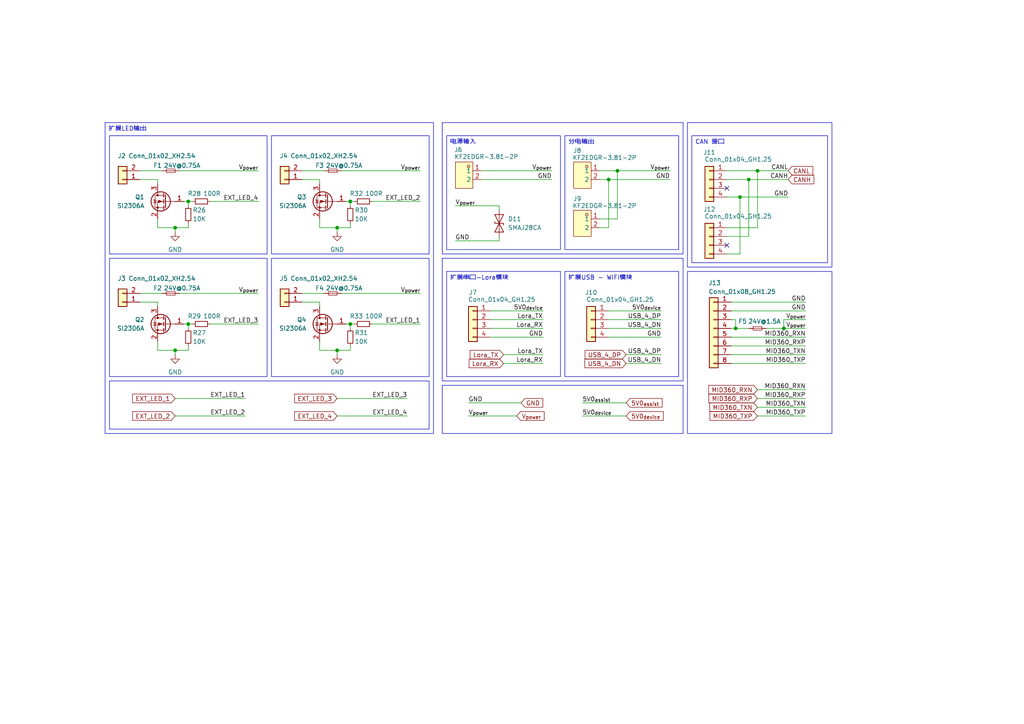
<source format=kicad_sch>
(kicad_sch (version 20231120) (generator "eeschema") (generator_version "8.0")
  (paper "A4")
  (lib_symbols
    (symbol "Connector_Generic:Conn_01x02" (pin_names (offset 1.016) hide)
      (property "Reference" "J" (at 0 2.54 0))
      (property "Value" "Conn_01x02" (at 0 -5.08 0))
      (symbol "Conn_01x02_1_1"
        (rectangle (start -1.27 -2.413) (end 0 -2.667) (stroke (width 0.1524)))
        (rectangle (start -1.27 0.127) (end 0 -0.127) (stroke (width 0.1524)))
        (rectangle (start -1.27 1.27) (end 1.27 -3.81) (stroke (width 0.254)) (fill (type background)))
        (pin passive line (at -5.08 0 0) (length 3.81) (name "Pin_1") (number "1"))
        (pin passive line (at -5.08 -2.54 0) (length 3.81) (name "Pin_2") (number "2"))
      )
    )
    (symbol "Connector_Generic:Conn_01x04" (pin_names (offset 1.016) hide)
      (property "Reference" "J" (at 0 5.08 0))
      (property "Value" "Conn_01x04" (at 0 -7.62 0))
      (symbol "Conn_01x04_1_1"
        (rectangle (start -1.27 -4.953) (end 0 -5.207) (stroke (width 0.1524)))
        (rectangle (start -1.27 -2.413) (end 0 -2.667) (stroke (width 0.1524)))
        (rectangle (start -1.27 0.127) (end 0 -0.127) (stroke (width 0.1524)))
        (rectangle (start -1.27 2.667) (end 0 2.413) (stroke (width 0.1524)))
        (rectangle (start -1.27 3.81) (end 1.27 -6.35) (stroke (width 0.254)) (fill (type background)))
        (pin passive line (at -5.08 2.54 0) (length 3.81) (name "Pin_1") (number "1"))
        (pin passive line (at -5.08 0 0) (length 3.81) (name "Pin_2") (number "2"))
        (pin passive line (at -5.08 -2.54 0) (length 3.81) (name "Pin_3") (number "3"))
        (pin passive line (at -5.08 -5.08 0) (length 3.81) (name "Pin_4") (number "4"))
      )
    )
    (symbol "Connector_Generic:Conn_01x08" (pin_names (offset 1.016) hide)
      (property "Reference" "J" (at 0 10.16 0))
      (property "Value" "Conn_01x08" (at 0 -12.7 0))
      (symbol "Conn_01x08_1_1"
        (rectangle (start -1.27 -10.033) (end 0 -10.287) (stroke (width 0.1524)))
        (rectangle (start -1.27 -7.493) (end 0 -7.747) (stroke (width 0.1524)))
        (rectangle (start -1.27 -4.953) (end 0 -5.207) (stroke (width 0.1524)))
        (rectangle (start -1.27 -2.413) (end 0 -2.667) (stroke (width 0.1524)))
        (rectangle (start -1.27 0.127) (end 0 -0.127) (stroke (width 0.1524)))
        (rectangle (start -1.27 2.667) (end 0 2.413) (stroke (width 0.1524)))
        (rectangle (start -1.27 5.207) (end 0 4.953) (stroke (width 0.1524)))
        (rectangle (start -1.27 7.747) (end 0 7.493) (stroke (width 0.1524)))
        (rectangle (start -1.27 8.89) (end 1.27 -11.43) (stroke (width 0.254)) (fill (type background)))
        (pin passive line (at -5.08 7.62 0) (length 3.81) (name "Pin_1") (number "1"))
        (pin passive line (at -5.08 5.08 0) (length 3.81) (name "Pin_2") (number "2"))
        (pin passive line (at -5.08 2.54 0) (length 3.81) (name "Pin_3") (number "3"))
        (pin passive line (at -5.08 0 0) (length 3.81) (name "Pin_4") (number "4"))
        (pin passive line (at -5.08 -2.54 0) (length 3.81) (name "Pin_5") (number "5"))
        (pin passive line (at -5.08 -5.08 0) (length 3.81) (name "Pin_6") (number "6"))
        (pin passive line (at -5.08 -7.62 0) (length 3.81) (name "Pin_7") (number "7"))
        (pin passive line (at -5.08 -10.16 0) (length 3.81) (name "Pin_8") (number "8"))
      )
    )
    (symbol "Device:Fuse_Small" (pin_numbers hide) (pin_names (offset 0.254) hide)
      (property "Reference" "F" (at 0 -1.524 0))
      (property "Value" "Fuse_Small" (at 0 1.524 0))
      (symbol "Fuse_Small_0_1"
        (rectangle (start -1.27 0.508) (end 1.27 -0.508))
        (polyline (pts (xy -1.27 0) (xy 1.27 0)))
      )
      (symbol "Fuse_Small_1_1"
        (pin passive line (at -2.54 0 0) (length 1.27) (name "~") (number "1"))
        (pin passive line (at 2.54 0 180) (length 1.27) (name "~") (number "2"))
      )
    )
    (symbol "Device:R_Small" (pin_numbers hide) (pin_names (offset 0.254) hide)
      (property "Reference" "R" (at 0.762 0.508 0))
      (property "Value" "R_Small" (at 0.762 -1.016 0))
      (symbol "R_Small_0_1"
        (rectangle (start -0.762 1.778) (end 0.762 -1.778) (stroke (width 0.2032)))
      )
      (symbol "R_Small_1_1"
        (pin passive line (at 0 2.54 270) (length 0.762) (name "~") (number "1"))
        (pin passive line (at 0 -2.54 90) (length 0.762) (name "~") (number "2"))
      )
    )
    (symbol "Diode:SMAJ24CA" (pin_numbers hide) (pin_names (offset 1.016) hide)
      (property "Reference" "D" (at 0 2.54 0))
      (property "Value" "SMAJ24CA" (at 0 -2.54 0))
      (symbol "SMAJ24CA_0_1"
        (polyline (pts (xy 1.27 0) (xy -1.27 0)))
        (polyline (pts (xy -2.54 -1.27) (xy 0 0) (xy -2.54 1.27) (xy -2.54 -1.27)) (stroke (width 0.2032)))
        (polyline (pts (xy 0.508 1.27) (xy 0 1.27) (xy 0 -1.27) (xy -0.508 -1.27)) (stroke (width 0.2032)))
        (polyline (pts (xy 2.54 1.27) (xy 2.54 -1.27) (xy 0 0) (xy 2.54 1.27)) (stroke (width 0.2032)))
      )
      (symbol "SMAJ24CA_1_1"
        (pin passive line (at -3.81 0 0) (length 2.54) (name "A1") (number "1"))
        (pin passive line (at 3.81 0 180) (length 2.54) (name "A2") (number "2"))
      )
    )
    (symbol "easyeda2kicad:KF2EDGR-3.81-2P"
      (property "Reference" "J" (at 0 6.35 0))
      (property "Value" "KF2EDGR-3.81-2P" (at 0 -6.35 0))
      (symbol "KF2EDGR-3.81-2P_0_1"
        (rectangle (start -2.54 3.81) (end 2.54 -3.81) (fill (type background)))
        (circle (center -1.27 2.54) (radius 0.38))
      )
      (symbol "KF2EDGR-3.81-2P_1_1"
        (pin passive line (at -5.08 1.27 0) (length 2.54) (name "1") (number "1"))
        (pin passive line (at -5.08 -1.27 0) (length 2.54) (name "2") (number "2"))
      )
    )
    (symbol "easyeda2kicad:SI2306A" (pin_names hide)
      (property "Reference" "Q" (at 3.048 1.016 0))
      (property "Value" "SI2306A" (at 6.35 -1.016 0))
      (symbol "SI2306A_0_1"
        (circle (center -0.889 0) (radius 2.794) (stroke (width 0.254)))
        (circle (center 0 -1.778) (radius 0.254) (fill (type outline)))
        (polyline (pts (xy -2.286 0) (xy -5.08 0)))
        (polyline (pts (xy -2.286 1.905) (xy -2.286 -1.905)) (stroke (width 0.254)))
        (polyline (pts (xy -1.778 -1.27) (xy -1.778 -2.286)) (stroke (width 0.254)))
        (polyline (pts (xy -1.778 0.508) (xy -1.778 -0.508)) (stroke (width 0.254)))
        (polyline (pts (xy -1.778 2.286) (xy -1.778 1.27)) (stroke (width 0.254)))
        (polyline (pts (xy 0 2.54) (xy 0 1.778)))
        (polyline (pts (xy 0 -2.54) (xy 0 0) (xy -1.778 0)))
        (polyline (pts (xy -1.778 1.778) (xy 0.762 1.778) (xy 0.762 -1.778) (xy -1.778 -1.778)))
        (polyline (pts (xy -1.27 0) (xy -0.254 -0.381) (xy -0.254 0.381) (xy -1.27 0)) (fill (type outline)))
        (polyline (pts (xy 0.762 0.254) (xy 1.143 -0.381) (xy 0.381 -0.381) (xy 0.762 0.254)))
        (polyline (pts (xy 1.27 0.508) (xy 1.143 0.381) (xy 0.381 0.381) (xy 0.254 0.254)))
        (circle (center 0 1.778) (radius 0.254) (fill (type outline)))
      )
      (symbol "SI2306A_1_1"
        (pin input line (at -7.62 0 0) (length 2.54) (name "G") (number "1"))
        (pin passive line (at 0 -5.08 90) (length 2.54) (name "S") (number "2"))
        (pin passive line (at 0 5.08 270) (length 2.54) (name "D") (number "3"))
      )
    )
    (symbol "power:GND" (power) (pin_numbers hide) (pin_names (offset 0) hide)
      (property "Value" "GND" (at 0 -3.81 0))
      (symbol "GND_0_1"
        (polyline (pts (xy 0 0) (xy 0 -1.27) (xy 1.27 -1.27) (xy 0 -2.54) (xy -1.27 -1.27) (xy 0 -1.27)))
      )
      (symbol "GND_1_1"
        (pin power_in line (at 0 0 270) (length 0) (name "~") (number "1"))
      )
    )
  )
  (junction (at 54.61 58.42))
  (junction (at 214.63 57.15))
  (junction (at 176.53 52.07))
  (junction (at 50.8 101.6))
  (junction (at 50.8 66.04))
  (junction (at 213.36 95.25))
  (junction (at 217.17 52.07))
  (junction (at 97.79 66.04))
  (junction (at 179.07 49.53))
  (junction (at 101.6 58.42))
  (junction (at 101.6 93.98))
  (junction (at 227.33 95.25))
  (junction (at 219.71 49.53))
  (junction (at 54.61 93.98))
  (junction (at 97.79 101.6))
  (no_connect (at 210.82 54.61))
  (no_connect (at 210.82 71.12))
  (wire (pts (xy 214.63 73.66) (xy 214.63 57.15)))
  (wire (pts (xy 176.53 52.07) (xy 173.99 52.07)))
  (wire (pts (xy 132.08 59.69) (xy 144.78 59.69)))
  (wire (pts (xy 101.6 93.98) (xy 100.33 93.98)))
  (wire (pts (xy 181.61 105.41) (xy 191.77 105.41)))
  (wire (pts (xy 54.61 95.25) (xy 54.61 93.98)))
  (wire (pts (xy 101.6 58.42) (xy 102.87 58.42)))
  (wire (pts (xy 50.8 102.87) (xy 50.8 101.6)))
  (wire (pts (xy 101.6 58.42) (xy 100.33 58.42)))
  (wire (pts (xy 99.06 49.53) (xy 121.92 49.53)))
  (wire (pts (xy 54.61 93.98) (xy 55.88 93.98)))
  (wire (pts (xy 210.82 66.04) (xy 219.71 66.04)))
  (wire (pts (xy 228.6 49.53) (xy 219.71 49.53)))
  (wire (pts (xy 210.82 73.66) (xy 214.63 73.66)))
  (wire (pts (xy 99.06 85.09) (xy 121.92 85.09)))
  (wire (pts (xy 52.07 49.53) (xy 74.93 49.53)))
  (wire (pts (xy 97.79 66.04) (xy 101.6 66.04)))
  (wire (pts (xy 217.17 52.07) (xy 210.82 52.07)))
  (wire (pts (xy 212.09 97.79) (xy 233.68 97.79)))
  (wire (pts (xy 142.24 97.79) (xy 157.48 97.79)))
  (wire (pts (xy 92.71 63.5) (xy 92.71 66.04)))
  (wire (pts (xy 54.61 93.98) (xy 53.34 93.98)))
  (wire (pts (xy 45.72 101.6) (xy 50.8 101.6)))
  (wire (pts (xy 132.08 69.85) (xy 144.78 69.85)))
  (wire (pts (xy 176.53 92.71) (xy 191.77 92.71)))
  (wire (pts (xy 54.61 66.04) (xy 54.61 64.77)))
  (wire (pts (xy 45.72 88.9) (xy 45.72 87.63)))
  (wire (pts (xy 227.33 92.71) (xy 227.33 95.25)))
  (wire (pts (xy 160.02 52.07) (xy 139.7 52.07)))
  (wire (pts (xy 60.96 93.98) (xy 74.93 93.98)))
  (wire (pts (xy 219.71 66.04) (xy 219.71 49.53)))
  (wire (pts (xy 212.09 105.41) (xy 233.68 105.41)))
  (wire (pts (xy 50.8 101.6) (xy 54.61 101.6)))
  (wire (pts (xy 219.71 118.11) (xy 233.68 118.11)))
  (wire (pts (xy 54.61 101.6) (xy 54.61 100.33)))
  (wire (pts (xy 101.6 66.04) (xy 101.6 64.77)))
  (wire (pts (xy 101.6 101.6) (xy 101.6 100.33)))
  (wire (pts (xy 97.79 115.57) (xy 118.11 115.57)))
  (wire (pts (xy 97.79 67.31) (xy 97.79 66.04)))
  (wire (pts (xy 173.99 63.5) (xy 179.07 63.5)))
  (wire (pts (xy 212.09 92.71) (xy 213.36 92.71)))
  (wire (pts (xy 146.05 105.41) (xy 157.48 105.41)))
  (wire (pts (xy 168.91 116.84) (xy 181.61 116.84)))
  (wire (pts (xy 54.61 58.42) (xy 53.34 58.42)))
  (wire (pts (xy 217.17 52.07) (xy 228.6 52.07)))
  (wire (pts (xy 97.79 102.87) (xy 97.79 101.6)))
  (wire (pts (xy 92.71 66.04) (xy 97.79 66.04)))
  (wire (pts (xy 92.71 99.06) (xy 92.71 101.6)))
  (wire (pts (xy 179.07 63.5) (xy 179.07 49.53)))
  (wire (pts (xy 97.79 120.65) (xy 118.11 120.65)))
  (wire (pts (xy 54.61 58.42) (xy 55.88 58.42)))
  (wire (pts (xy 45.72 53.34) (xy 45.72 52.07)))
  (wire (pts (xy 160.02 49.53) (xy 139.7 49.53)))
  (wire (pts (xy 219.71 49.53) (xy 210.82 49.53)))
  (wire (pts (xy 227.33 95.25) (xy 233.68 95.25)))
  (wire (pts (xy 176.53 66.04) (xy 176.53 52.07)))
  (wire (pts (xy 176.53 97.79) (xy 191.77 97.79)))
  (wire (pts (xy 40.64 85.09) (xy 46.99 85.09)))
  (wire (pts (xy 60.96 58.42) (xy 74.93 58.42)))
  (wire (pts (xy 219.71 113.03) (xy 233.68 113.03)))
  (wire (pts (xy 213.36 95.25) (xy 217.17 95.25)))
  (wire (pts (xy 181.61 102.87) (xy 191.77 102.87)))
  (wire (pts (xy 214.63 57.15) (xy 210.82 57.15)))
  (wire (pts (xy 45.72 87.63) (xy 40.64 87.63)))
  (wire (pts (xy 45.72 63.5) (xy 45.72 66.04)))
  (wire (pts (xy 194.31 52.07) (xy 176.53 52.07)))
  (wire (pts (xy 214.63 57.15) (xy 228.6 57.15)))
  (wire (pts (xy 101.6 95.25) (xy 101.6 93.98)))
  (wire (pts (xy 142.24 95.25) (xy 157.48 95.25)))
  (wire (pts (xy 97.79 101.6) (xy 101.6 101.6)))
  (wire (pts (xy 212.09 90.17) (xy 233.68 90.17)))
  (wire (pts (xy 212.09 100.33) (xy 233.68 100.33)))
  (wire (pts (xy 222.25 95.25) (xy 227.33 95.25)))
  (wire (pts (xy 173.99 66.04) (xy 176.53 66.04)))
  (wire (pts (xy 212.09 87.63) (xy 233.68 87.63)))
  (wire (pts (xy 92.71 53.34) (xy 92.71 52.07)))
  (wire (pts (xy 52.07 85.09) (xy 74.93 85.09)))
  (wire (pts (xy 212.09 102.87) (xy 233.68 102.87)))
  (wire (pts (xy 107.95 58.42) (xy 121.92 58.42)))
  (wire (pts (xy 146.05 102.87) (xy 157.48 102.87)))
  (wire (pts (xy 40.64 49.53) (xy 46.99 49.53)))
  (wire (pts (xy 210.82 68.58) (xy 217.17 68.58)))
  (wire (pts (xy 92.71 87.63) (xy 87.63 87.63)))
  (wire (pts (xy 219.71 115.57) (xy 233.68 115.57)))
  (wire (pts (xy 217.17 68.58) (xy 217.17 52.07)))
  (wire (pts (xy 87.63 49.53) (xy 93.98 49.53)))
  (wire (pts (xy 213.36 92.71) (xy 213.36 95.25)))
  (wire (pts (xy 92.71 88.9) (xy 92.71 87.63)))
  (wire (pts (xy 50.8 67.31) (xy 50.8 66.04)))
  (wire (pts (xy 92.71 52.07) (xy 87.63 52.07)))
  (wire (pts (xy 168.91 120.65) (xy 181.61 120.65)))
  (wire (pts (xy 233.68 92.71) (xy 227.33 92.71)))
  (wire (pts (xy 176.53 95.25) (xy 191.77 95.25)))
  (wire (pts (xy 135.89 116.84) (xy 151.13 116.84)))
  (wire (pts (xy 45.72 52.07) (xy 40.64 52.07)))
  (wire (pts (xy 135.89 120.65) (xy 149.86 120.65)))
  (wire (pts (xy 213.36 95.25) (xy 212.09 95.25)))
  (wire (pts (xy 45.72 99.06) (xy 45.72 101.6)))
  (wire (pts (xy 144.78 60.96) (xy 144.78 59.69)))
  (wire (pts (xy 101.6 93.98) (xy 102.87 93.98)))
  (wire (pts (xy 142.24 90.17) (xy 157.48 90.17)))
  (wire (pts (xy 194.31 49.53) (xy 179.07 49.53)))
  (wire (pts (xy 50.8 66.04) (xy 54.61 66.04)))
  (wire (pts (xy 144.78 69.85) (xy 144.78 68.58)))
  (wire (pts (xy 54.61 59.69) (xy 54.61 58.42)))
  (wire (pts (xy 142.24 92.71) (xy 157.48 92.71)))
  (wire (pts (xy 50.8 115.57) (xy 71.12 115.57)))
  (wire (pts (xy 179.07 49.53) (xy 173.99 49.53)))
  (wire (pts (xy 87.63 85.09) (xy 93.98 85.09)))
  (wire (pts (xy 50.8 120.65) (xy 71.12 120.65)))
  (wire (pts (xy 176.53 90.17) (xy 191.77 90.17)))
  (wire (pts (xy 92.71 101.6) (xy 97.79 101.6)))
  (wire (pts (xy 219.71 120.65) (xy 233.68 120.65)))
  (wire (pts (xy 45.72 66.04) (xy 50.8 66.04)))
  (wire (pts (xy 101.6 59.69) (xy 101.6 58.42)))
  (wire (pts (xy 107.95 93.98) (xy 121.92 93.98)))
  (text_box "" (at 31.75 39.37 0) (size 45.72 34.29) (effects (font (size 1.27 1.27)) (justify left top)))
  (text_box "扩展串口-Lora模块" (at 129.54 78.74 0) (size 33.02 30.48) (effects (font (size 1.27 1.27)) (justify left top)))
  (text_box "电源输入" (at 129.54 39.37 0) (size 33.02 33.02) (effects (font (size 1.27 1.27)) (justify left top)))
  (text_box "扩展USB - WIFI模块" (at 163.83 78.74 0) (size 33.02 30.48) (effects (font (size 1.27 1.27)) (justify left top)))
  (text_box "扩展LED输出" (at 30.48 35.56 0) (size 95.25 90.17) (effects (font (size 1.27 1.27)) (justify left top)))
  (text_box "" (at 128.27 111.76 0) (size 69.85 13.97) (effects (font (size 1.27 1.27)) (justify left top)))
  (text_box "分电输出" (at 163.83 39.37 0) (size 33.02 33.02) (effects (font (size 1.27 1.27)) (justify left top)))
  (text_box "" (at 199.39 78.74 0) (size 41.91 46.99) (effects (font (size 1.27 1.27)) (justify left top)))
  (text_box "" (at 128.27 74.93 0) (size 69.85 35.56) (effects (font (size 1.27 1.27)) (justify left top)))
  (text_box "" (at 199.39 35.56 0) (size 41.91 41.91) (effects (font (size 1.27 1.27)) (justify left top)))
  (text_box "CAN 接口" (at 200.66 39.37 0) (size 39.37 36.83) (effects (font (size 1.27 1.27)) (justify left top)))
  (text_box "" (at 31.75 110.49 0) (size 92.71 13.97) (effects (font (size 1.27 1.27)) (justify left top)))
  (text_box "" (at 128.27 35.56 0) (size 69.85 38.1) (effects (font (size 1.27 1.27)) (justify left top)))
  (text_box "" (at 78.74 74.93 0) (size 45.72 34.29) (effects (font (size 1.27 1.27)) (justify left top)))
  (text_box "" (at 31.75 74.93 0) (size 45.72 34.29) (effects (font (size 1.27 1.27)) (justify left top)))
  (text_box "" (at 78.74 39.37 0) (size 45.72 34.29) (effects (font (size 1.27 1.27)) (justify left top)))
  (label "CANL" (at 228.6 49.53 180))
  (label "CANH" (at 228.6 52.07 180))
  (label "V_{power}" (at 135.89 120.65 0) (effects (font (thickness 0.1588))))
  (label "Lora_RX" (at 157.48 105.41 180))
  (label "EXT_LED_4" (at 74.93 58.42 180))
  (label "Lora_TX" (at 157.48 92.71 180))
  (label "V_{power}" (at 132.08 59.69 0) (effects (font (thickness 0.1588))))
  (label "MID360_TXP" (at 233.68 120.65 180))
  (label "Lora_TX" (at 157.48 102.87 180))
  (label "V_{power}" (at 121.92 85.09 180) (effects (font (thickness 0.1588))))
  (label "EXT_LED_3" (at 74.93 93.98 180))
  (label "GND" (at 228.6 57.15 180))
  (label "GND" (at 194.31 52.07 180))
  (label "GND" (at 160.02 52.07 180))
  (label "EXT_LED_1" (at 71.12 115.57 180))
  (label "USB_4_DP" (at 191.77 92.71 180))
  (label "MID360_RXP" (at 233.68 100.33 180))
  (label "V_{power}" (at 233.68 92.71 180) (effects (font (thickness 0.1588))))
  (label "MID360_RXN" (at 233.68 97.79 180))
  (label "EXT_LED_4" (at 118.11 120.65 180))
  (label "5V0_{assist}" (at 168.91 116.84 0))
  (label "USB_4_DP" (at 191.77 102.87 180))
  (label "GND" (at 132.08 69.85 0))
  (label "EXT_LED_3" (at 118.11 115.57 180))
  (label "V_{power}" (at 74.93 49.53 180) (effects (font (thickness 0.1588))))
  (label "V_{power}" (at 233.68 95.25 180) (effects (font (thickness 0.1588))))
  (label "GND" (at 191.77 97.79 180))
  (label "GND" (at 135.89 116.84 0))
  (label "USB_4_DN" (at 191.77 95.25 180))
  (label "V_{power}" (at 121.92 49.53 180) (effects (font (thickness 0.1588))))
  (label "MID360_RXN" (at 233.68 113.03 180))
  (label "GND" (at 233.68 87.63 180))
  (label "EXT_LED_1" (at 121.92 93.98 180))
  (label "Lora_RX" (at 157.48 95.25 180))
  (label "5V0_{device}" (at 157.48 90.17 180))
  (label "GND" (at 157.48 97.79 180))
  (label "V_{power}" (at 160.02 49.53 180) (effects (font (thickness 0.1588))))
  (label "5V0_{device}" (at 191.77 90.17 180))
  (label "MID360_TXN" (at 233.68 102.87 180))
  (label "EXT_LED_2" (at 71.12 120.65 180))
  (label "V_{power}" (at 194.31 49.53 180) (effects (font (thickness 0.1588))))
  (label "USB_4_DN" (at 191.77 105.41 180))
  (label "V_{power}" (at 74.93 85.09 180) (effects (font (thickness 0.1588))))
  (label "MID360_TXP" (at 233.68 105.41 180))
  (label "GND" (at 233.68 90.17 180))
  (label "MID360_TXN" (at 233.68 118.11 180))
  (label "MID360_RXP" (at 233.68 115.57 180))
  (label "5V0_{device}" (at 168.91 120.65 0))
  (label "EXT_LED_2" (at 121.92 58.42 180))
  (global_label "MID360_TXN" (shape input) (at 219.71 118.11 180) (property "Intersheetrefs" "${INTERSHEET_REFS}" (effects (hide yes))))
  (global_label "CANL" (shape input) (at 228.6 49.53 0) (property "Intersheetrefs" "${INTERSHEET_REFS}" (effects (hide yes))))
  (global_label "V_{power}" (shape input) (at 149.86 120.65 0) (property "Intersheetrefs" "${INTERSHEET_REFS}" (effects (hide yes))))
  (global_label "MID360_RXN" (shape input) (at 219.71 113.03 180) (property "Intersheetrefs" "${INTERSHEET_REFS}" (effects (hide yes))))
  (global_label "Lora_TX" (shape input) (at 146.05 102.87 180) (property "Intersheetrefs" "${INTERSHEET_REFS}" (effects (hide yes))))
  (global_label "GND" (shape input) (at 151.13 116.84 0) (property "Intersheetrefs" "${INTERSHEET_REFS}" (effects (hide yes))))
  (global_label "MID360_RXP" (shape input) (at 219.71 115.57 180) (property "Intersheetrefs" "${INTERSHEET_REFS}" (effects (hide yes))))
  (global_label "MID360_TXP" (shape input) (at 219.71 120.65 180) (property "Intersheetrefs" "${INTERSHEET_REFS}" (effects (hide yes))))
  (global_label "EXT_LED_4" (shape input) (at 97.79 120.65 180) (property "Intersheetrefs" "${INTERSHEET_REFS}" (effects (hide yes))))
  (global_label "5V0_{assist}" (shape input) (at 181.61 116.84 0) (property "Intersheetrefs" "${INTERSHEET_REFS}" (effects (hide yes))))
  (global_label "Lora_RX" (shape input) (at 146.05 105.41 180) (property "Intersheetrefs" "${INTERSHEET_REFS}" (effects (hide yes))))
  (global_label "EXT_LED_3" (shape input) (at 97.79 115.57 180) (property "Intersheetrefs" "${INTERSHEET_REFS}" (effects (hide yes))))
  (global_label "USB_4_DP" (shape input) (at 181.61 102.87 180) (property "Intersheetrefs" "${INTERSHEET_REFS}" (effects (hide yes))))
  (global_label "5V0_{device}" (shape input) (at 181.61 120.65 0) (property "Intersheetrefs" "${INTERSHEET_REFS}" (effects (hide yes))))
  (global_label "CANH" (shape input) (at 228.6 52.07 0) (property "Intersheetrefs" "${INTERSHEET_REFS}" (effects (hide yes))))
  (global_label "EXT_LED_2" (shape input) (at 50.8 120.65 180) (property "Intersheetrefs" "${INTERSHEET_REFS}" (effects (hide yes))))
  (global_label "EXT_LED_1" (shape input) (at 50.8 115.57 180) (property "Intersheetrefs" "${INTERSHEET_REFS}" (effects (hide yes))))
  (global_label "USB_4_DN" (shape input) (at 181.61 105.41 180) (property "Intersheetrefs" "${INTERSHEET_REFS}" (effects (hide yes))))
  (symbol (lib_id "easyeda2kicad:SI2306A") (at 45.72 93.98 0) (mirror y) (unit 1)
    (property "Reference" "Q2" (at 41.91 92.7099 0) (effects (justify left)))
    (property "Value" "SI2306A" (at 41.91 95.2499 0) (effects (justify left)))
    (property "Footprint" "Package_TO_SOT_SMD:SOT-23" (effects (hide yes)))
    (property "Datasheet" "https://lcsc.com/product-detail/Others_Youtai-Semiconductor-Co-Ltd-SI2306_C347489.html" (effects (hide yes)))
    (property "LCSC Part" "C347489" (effects (hide yes)))
  )
  (symbol (lib_id "Connector_Generic:Conn_01x04") (at 205.74 68.58 0) (mirror y) (unit 1)
    (property "Reference" "J12" (at 205.74 60.706 0))
    (property "Value" "Conn_01x04_GH1.25" (at 214.122 62.738 0))
    (property "Footprint" "Connector_JST:JST_GH_SM04B-GHS-TB_1x04-1MP_P1.25mm_Horizontal" (effects (hide yes)))
    (property "Description" "Generic connector, single row, 01x04, script generated (kicad-library-utils/schlib/autogen/connector/)" (effects (hide yes)))
  )
  (symbol (lib_id "power:GND") (at 97.79 67.31 0) (unit 1)
    (property "Reference" "#PWR15" (effects (hide yes)))
    (property "Value" "GND" (at 97.79 72.39 0))
    (property "Description" "Power symbol creates a global label with name \"GND\" , ground" (effects (hide yes)))
  )
  (symbol (lib_id "power:GND") (at 50.8 67.31 0) (unit 1)
    (property "Reference" "#PWR13" (effects (hide yes)))
    (property "Value" "GND" (at 50.8 72.39 0))
    (property "Description" "Power symbol creates a global label with name \"GND\" , ground" (effects (hide yes)))
  )
  (symbol (lib_id "Connector_Generic:Conn_01x02") (at 35.56 52.07 180) (unit 1)
    (property "Reference" "J2" (at 35.306 45.212 0))
    (property "Value" "Conn_01x02_XH2.54" (at 46.99 45.212 0))
    (property "Footprint" "Connector_JST:JST_XH_S2B-XH-A-1_1x02_P2.50mm_Horizontal" (effects (hide yes)))
    (property "Description" "Generic connector, single row, 01x02, script generated (kicad-library-utils/schlib/autogen/connector/)" (effects (hide yes)))
  )
  (symbol (lib_id "easyeda2kicad:KF2EDGR-3.81-2P") (at 168.91 50.8 0) (mirror y) (unit 1)
    (property "Reference" "J8" (at 168.656 43.688 0) (effects (justify left)))
    (property "Value" "KF2EDGR-3.81-2P" (at 184.658 45.72 0) (effects (justify left)))
    (property "Footprint" "easyeda2kicad:CONN-TH_2P-P3.81_KF2EDGR-3.81-2P" (effects (hide yes)))
    (property "Datasheet" "https://lcsc.com/product-detail/Pluggable-System-Terminal-Block_Cixi-Kefa-Elec-KF2EDGR-3-81-2P_C441182.html" (effects (hide yes)))
    (property "LCSC Part" "C441182" (effects (hide yes)))
  )
  (symbol (lib_id "easyeda2kicad:KF2EDGR-3.81-2P") (at 168.91 64.77 0) (mirror y) (unit 1)
    (property "Reference" "J9" (at 168.656 57.658 0) (effects (justify left)))
    (property "Value" "KF2EDGR-3.81-2P" (at 184.658 59.69 0) (effects (justify left)))
    (property "Footprint" "easyeda2kicad:CONN-TH_2P-P3.81_KF2EDGR-3.81-2P" (effects (hide yes)))
    (property "Datasheet" "https://lcsc.com/product-detail/Pluggable-System-Terminal-Block_Cixi-Kefa-Elec-KF2EDGR-3-81-2P_C441182.html" (effects (hide yes)))
    (property "LCSC Part" "C441182" (effects (hide yes)))
  )
  (symbol (lib_id "Device:R_Small") (at 54.61 62.23 0) (unit 1)
    (property "Reference" "R26" (at 55.88 60.96 0) (effects (justify left)))
    (property "Value" "10K" (at 55.88 63.5 0) (effects (justify left)))
    (property "Footprint" "Resistor_SMD:R_0402_1005Metric" (effects (hide yes)))
    (property "Description" "Resistor, small symbol" (effects (hide yes)))
  )
  (symbol (lib_id "easyeda2kicad:KF2EDGR-3.81-2P") (at 134.62 50.8 0) (mirror y) (unit 1)
    (property "Reference" "J6" (at 134.112 43.434 0) (effects (justify left)))
    (property "Value" "KF2EDGR-3.81-2P" (at 150.368 45.466 0) (effects (justify left)))
    (property "Footprint" "easyeda2kicad:CONN-TH_2P-P3.81_KF2EDGR-3.81-2P" (effects (hide yes)))
    (property "Datasheet" "https://lcsc.com/product-detail/Pluggable-System-Terminal-Block_Cixi-Kefa-Elec-KF2EDGR-3-81-2P_C441182.html" (effects (hide yes)))
    (property "LCSC Part" "C441182" (effects (hide yes)))
  )
  (symbol (lib_id "Device:Fuse_Small") (at 96.52 85.09 0) (unit 1)
    (property "Reference" "F4" (at 92.71 83.566 0))
    (property "Value" "24V@0.75A" (at 99.822 83.566 0))
    (property "Footprint" "Fuse:Fuse_1812_4532Metric" (effects (hide yes)))
    (property "Description" "Fuse, small symbol" (effects (hide yes)))
  )
  (symbol (lib_id "Device:Fuse_Small") (at 49.53 85.09 0) (unit 1)
    (property "Reference" "F2" (at 45.72 83.566 0))
    (property "Value" "24V@0.75A" (at 52.832 83.566 0))
    (property "Footprint" "Fuse:Fuse_1812_4532Metric" (effects (hide yes)))
    (property "Description" "Fuse, small symbol" (effects (hide yes)))
  )
  (symbol (lib_id "Connector_Generic:Conn_01x04") (at 171.45 92.71 0) (mirror y) (unit 1)
    (property "Reference" "J10" (at 171.45 84.836 0))
    (property "Value" "Conn_01x04_GH1.25" (at 179.832 86.868 0))
    (property "Footprint" "Connector_JST:JST_GH_SM04B-GHS-TB_1x04-1MP_P1.25mm_Horizontal" (effects (hide yes)))
    (property "Description" "Generic connector, single row, 01x04, script generated (kicad-library-utils/schlib/autogen/connector/)" (effects (hide yes)))
  )
  (symbol (lib_id "power:GND") (at 97.79 102.87 0) (unit 1)
    (property "Reference" "#PWR16" (effects (hide yes)))
    (property "Value" "GND" (at 97.79 107.95 0))
    (property "Description" "Power symbol creates a global label with name \"GND\" , ground" (effects (hide yes)))
  )
  (symbol (lib_id "Connector_Generic:Conn_01x04") (at 205.74 52.07 0) (mirror y) (unit 1)
    (property "Reference" "J11" (at 205.74 44.196 0))
    (property "Value" "Conn_01x04_GH1.25" (at 214.122 46.228 0))
    (property "Footprint" "Connector_JST:JST_GH_SM04B-GHS-TB_1x04-1MP_P1.25mm_Horizontal" (effects (hide yes)))
    (property "Description" "Generic connector, single row, 01x04, script generated (kicad-library-utils/schlib/autogen/connector/)" (effects (hide yes)))
  )
  (symbol (lib_id "Device:R_Small") (at 101.6 62.23 0) (unit 1)
    (property "Reference" "R30" (at 102.87 60.96 0) (effects (justify left)))
    (property "Value" "10K" (at 102.87 63.5 0) (effects (justify left)))
    (property "Footprint" "Resistor_SMD:R_0402_1005Metric" (effects (hide yes)))
    (property "Description" "Resistor, small symbol" (effects (hide yes)))
  )
  (symbol (lib_id "Device:R_Small") (at 58.42 93.98 90) (unit 1)
    (property "Reference" "R29" (at 56.388 91.694 90))
    (property "Value" "100R" (at 61.468 91.694 90))
    (property "Footprint" "Resistor_SMD:R_0402_1005Metric" (effects (hide yes)))
    (property "Description" "Resistor, small symbol" (effects (hide yes)))
  )
  (symbol (lib_id "Device:R_Small") (at 105.41 58.42 90) (unit 1)
    (property "Reference" "R32" (at 103.378 56.134 90))
    (property "Value" "100R" (at 108.458 56.134 90))
    (property "Footprint" "Resistor_SMD:R_0402_1005Metric" (effects (hide yes)))
    (property "Description" "Resistor, small symbol" (effects (hide yes)))
  )
  (symbol (lib_id "Device:R_Small") (at 58.42 58.42 90) (unit 1)
    (property "Reference" "R28" (at 56.388 56.134 90))
    (property "Value" "100R" (at 61.468 56.134 90))
    (property "Footprint" "Resistor_SMD:R_0402_1005Metric" (effects (hide yes)))
    (property "Description" "Resistor, small symbol" (effects (hide yes)))
  )
  (symbol (lib_id "Diode:SMAJ24CA") (at 144.78 64.77 90) (unit 1)
    (property "Reference" "D11" (at 147.32 63.4999 90) (effects (justify right)))
    (property "Value" "SMAJ28CA" (at 147.32 66.0399 90) (effects (justify right)))
    (property "Footprint" "Diode_SMD:D_SMA" (effects (hide yes)))
    (property "Datasheet" "https://www.littelfuse.com/media?resourcetype=datasheets&itemid=75e32973-b177-4ee3-a0ff-cedaf1abdb93&filename=smaj-datasheet" (effects (hide yes)))
    (property "Description" "400W bidirectional Transient Voltage Suppressor, 24.0Vr, SMA(DO-214AC)" (effects (hide yes)))
  )
  (symbol (lib_id "Device:R_Small") (at 101.6 97.79 0) (unit 1)
    (property "Reference" "R31" (at 102.87 96.52 0) (effects (justify left)))
    (property "Value" "10K" (at 102.87 99.06 0) (effects (justify left)))
    (property "Footprint" "Resistor_SMD:R_0402_1005Metric" (effects (hide yes)))
    (property "Description" "Resistor, small symbol" (effects (hide yes)))
  )
  (symbol (lib_id "easyeda2kicad:SI2306A") (at 45.72 58.42 0) (mirror y) (unit 1)
    (property "Reference" "Q1" (at 41.91 57.1499 0) (effects (justify left)))
    (property "Value" "SI2306A" (at 41.91 59.6899 0) (effects (justify left)))
    (property "Footprint" "Package_TO_SOT_SMD:SOT-23" (effects (hide yes)))
    (property "Datasheet" "https://lcsc.com/product-detail/Others_Youtai-Semiconductor-Co-Ltd-SI2306_C347489.html" (effects (hide yes)))
    (property "LCSC Part" "C347489" (effects (hide yes)))
  )
  (symbol (lib_id "easyeda2kicad:SI2306A") (at 92.71 58.42 0) (mirror y) (unit 1)
    (property "Reference" "Q3" (at 88.9 57.1499 0) (effects (justify left)))
    (property "Value" "SI2306A" (at 88.9 59.6899 0) (effects (justify left)))
    (property "Footprint" "Package_TO_SOT_SMD:SOT-23" (effects (hide yes)))
    (property "Datasheet" "https://lcsc.com/product-detail/Others_Youtai-Semiconductor-Co-Ltd-SI2306_C347489.html" (effects (hide yes)))
    (property "LCSC Part" "C347489" (effects (hide yes)))
  )
  (symbol (lib_id "Connector_Generic:Conn_01x02") (at 82.55 52.07 180) (unit 1)
    (property "Reference" "J4" (at 82.296 45.212 0))
    (property "Value" "Conn_01x02_XH2.54" (at 93.98 45.212 0))
    (property "Footprint" "Connector_JST:JST_XH_S2B-XH-A-1_1x02_P2.50mm_Horizontal" (effects (hide yes)))
    (property "Description" "Generic connector, single row, 01x02, script generated (kicad-library-utils/schlib/autogen/connector/)" (effects (hide yes)))
  )
  (symbol (lib_id "Device:Fuse_Small") (at 96.52 49.53 0) (unit 1)
    (property "Reference" "F3" (at 92.71 48.006 0))
    (property "Value" "24V@0.75A" (at 99.822 48.006 0))
    (property "Footprint" "Fuse:Fuse_1812_4532Metric" (effects (hide yes)))
    (property "Description" "Fuse, small symbol" (effects (hide yes)))
  )
  (symbol (lib_id "Device:Fuse_Small") (at 219.71 95.25 0) (unit 1)
    (property "Reference" "F5" (at 215.392 93.218 0))
    (property "Value" "24V@1.5A" (at 221.742 93.218 0))
    (property "Footprint" "Fuse:Fuse_1812_4532Metric" (effects (hide yes)))
    (property "Description" "Fuse, small symbol" (effects (hide yes)))
  )
  (symbol (lib_id "Connector_Generic:Conn_01x08") (at 207.01 95.25 0) (mirror y) (unit 1)
    (property "Reference" "J13" (at 205.486 82.042 0) (effects (justify right)))
    (property "Value" "Conn_01x08_GH1.25" (at 205.486 84.582 0) (effects (justify right)))
    (property "Footprint" "Connector_JST:JST_GH_SM08B-GHS-TB_1x08-1MP_P1.25mm_Horizontal" (effects (hide yes)))
    (property "Description" "Generic connector, single row, 01x08, script generated (kicad-library-utils/schlib/autogen/connector/)" (effects (hide yes)))
  )
  (symbol (lib_id "power:GND") (at 50.8 102.87 0) (unit 1)
    (property "Reference" "#PWR14" (effects (hide yes)))
    (property "Value" "GND" (at 50.8 107.95 0))
    (property "Description" "Power symbol creates a global label with name \"GND\" , ground" (effects (hide yes)))
  )
  (symbol (lib_id "easyeda2kicad:SI2306A") (at 92.71 93.98 0) (mirror y) (unit 1)
    (property "Reference" "Q4" (at 88.9 92.7099 0) (effects (justify left)))
    (property "Value" "SI2306A" (at 88.9 95.2499 0) (effects (justify left)))
    (property "Footprint" "Package_TO_SOT_SMD:SOT-23" (effects (hide yes)))
    (property "Datasheet" "https://lcsc.com/product-detail/Others_Youtai-Semiconductor-Co-Ltd-SI2306_C347489.html" (effects (hide yes)))
    (property "LCSC Part" "C347489" (effects (hide yes)))
  )
  (symbol (lib_id "Device:R_Small") (at 54.61 97.79 0) (unit 1)
    (property "Reference" "R27" (at 55.88 96.52 0) (effects (justify left)))
    (property "Value" "10K" (at 55.88 99.06 0) (effects (justify left)))
    (property "Footprint" "Resistor_SMD:R_0402_1005Metric" (effects (hide yes)))
    (property "Description" "Resistor, small symbol" (effects (hide yes)))
  )
  (symbol (lib_id "Device:R_Small") (at 105.41 93.98 90) (unit 1)
    (property "Reference" "R33" (at 103.378 91.694 90))
    (property "Value" "100R" (at 108.458 91.694 90))
    (property "Footprint" "Resistor_SMD:R_0402_1005Metric" (effects (hide yes)))
    (property "Description" "Resistor, small symbol" (effects (hide yes)))
  )
  (symbol (lib_id "Connector_Generic:Conn_01x04") (at 137.16 92.71 0) (mirror y) (unit 1)
    (property "Reference" "J7" (at 137.16 84.836 0))
    (property "Value" "Conn_01x04_GH1.25" (at 145.542 86.868 0))
    (property "Footprint" "Connector_JST:JST_GH_SM04B-GHS-TB_1x04-1MP_P1.25mm_Horizontal" (effects (hide yes)))
    (property "Description" "Generic connector, single row, 01x04, script generated (kicad-library-utils/schlib/autogen/connector/)" (effects (hide yes)))
  )
  (symbol (lib_id "Connector_Generic:Conn_01x02") (at 82.55 87.63 180) (unit 1)
    (property "Reference" "J5" (at 82.296 80.772 0))
    (property "Value" "Conn_01x02_XH2.54" (at 93.98 80.772 0))
    (property "Footprint" "Connector_JST:JST_XH_S2B-XH-A-1_1x02_P2.50mm_Horizontal" (effects (hide yes)))
    (property "Description" "Generic connector, single row, 01x02, script generated (kicad-library-utils/schlib/autogen/connector/)" (effects (hide yes)))
  )
  (symbol (lib_id "Device:Fuse_Small") (at 49.53 49.53 0) (unit 1)
    (property "Reference" "F1" (at 45.72 48.006 0))
    (property "Value" "24V@0.75A" (at 52.832 48.006 0))
    (property "Footprint" "Fuse:Fuse_1812_4532Metric" (effects (hide yes)))
    (property "Description" "Fuse, small symbol" (effects (hide yes)))
  )
  (symbol (lib_id "Connector_Generic:Conn_01x02") (at 35.56 87.63 180) (unit 1)
    (property "Reference" "J3" (at 35.306 80.772 0))
    (property "Value" "Conn_01x02_XH2.54" (at 46.99 80.772 0))
    (property "Footprint" "Connector_JST:JST_XH_S2B-XH-A-1_1x02_P2.50mm_Horizontal" (effects (hide yes)))
    (property "Description" "Generic connector, single row, 01x02, script generated (kicad-library-utils/schlib/autogen/connector/)" (effects (hide yes)))
  )
)
</source>
